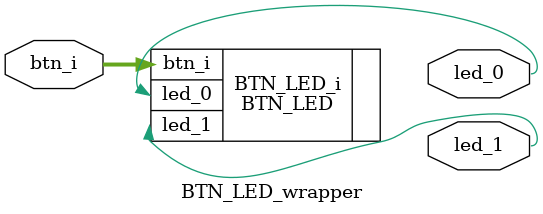
<source format=v>
`timescale 1 ps / 1 ps

module BTN_LED_wrapper
   (btn_i,
    led_0,
    led_1);
  input [3:0]btn_i;
  output led_0;
  output led_1;

  wire [3:0]btn_i;
  wire led_0;
  wire led_1;

  BTN_LED BTN_LED_i
       (.btn_i(btn_i),
        .led_0(led_0),
        .led_1(led_1));
endmodule

</source>
